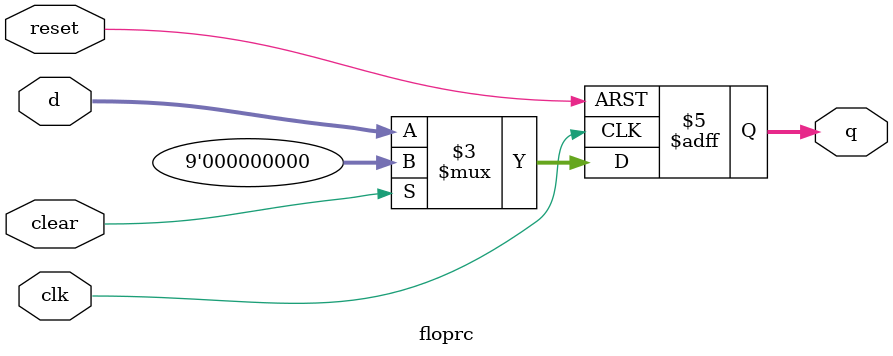
<source format=sv>
module floprc #(parameter WIDTH = 9)	 //changed width
(input logic clk, reset,
clear,
input logic [WIDTH-1:0] d,
output logic [WIDTH-1:0] q);
always_ff @(posedge clk, posedge reset)
if (reset) q <= #1 0;
else if (clear) q <= #1 0;
else q <= #1 d;
endmodule


</source>
